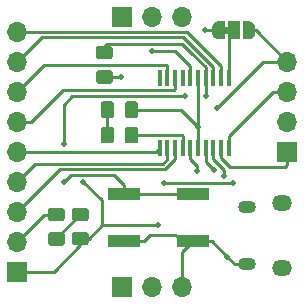
<source format=gbr>
G04 #@! TF.GenerationSoftware,KiCad,Pcbnew,(5.1.5)-2*
G04 #@! TF.CreationDate,2019-12-31T22:23:39+04:00*
G04 #@! TF.ProjectId,stm32f042_devboard,73746d33-3266-4303-9432-5f646576626f,1*
G04 #@! TF.SameCoordinates,Original*
G04 #@! TF.FileFunction,Copper,L1,Top*
G04 #@! TF.FilePolarity,Positive*
%FSLAX46Y46*%
G04 Gerber Fmt 4.6, Leading zero omitted, Abs format (unit mm)*
G04 Created by KiCad (PCBNEW (5.1.5)-2) date 2019-12-31 22:23:39*
%MOMM*%
%LPD*%
G04 APERTURE LIST*
%ADD10C,0.100000*%
%ADD11R,1.000000X1.500000*%
%ADD12O,1.700000X1.700000*%
%ADD13R,1.700000X1.700000*%
%ADD14R,2.800000X1.000000*%
%ADD15O,1.700000X1.350000*%
%ADD16O,1.500000X1.100000*%
%ADD17R,0.450000X1.450000*%
%ADD18C,0.500000*%
%ADD19C,0.254000*%
%ADD20C,0.250000*%
G04 APERTURE END LIST*
D10*
G36*
X145688000Y-78313000D02*
G01*
X146188000Y-78313000D01*
X146188000Y-78913000D01*
X145688000Y-78913000D01*
X145688000Y-78313000D01*
G37*
G04 #@! TA.AperFunction,SMDPad,CuDef*
G36*
X145838000Y-79363000D02*
G01*
X145288000Y-79363000D01*
X145288000Y-79362398D01*
X145263466Y-79362398D01*
X145214635Y-79357588D01*
X145166510Y-79348016D01*
X145119555Y-79333772D01*
X145074222Y-79314995D01*
X145030949Y-79291864D01*
X144990150Y-79264604D01*
X144952221Y-79233476D01*
X144917524Y-79198779D01*
X144886396Y-79160850D01*
X144859136Y-79120051D01*
X144836005Y-79076778D01*
X144817228Y-79031445D01*
X144802984Y-78984490D01*
X144793412Y-78936365D01*
X144788602Y-78887534D01*
X144788602Y-78863000D01*
X144788000Y-78863000D01*
X144788000Y-78363000D01*
X144788602Y-78363000D01*
X144788602Y-78338466D01*
X144793412Y-78289635D01*
X144802984Y-78241510D01*
X144817228Y-78194555D01*
X144836005Y-78149222D01*
X144859136Y-78105949D01*
X144886396Y-78065150D01*
X144917524Y-78027221D01*
X144952221Y-77992524D01*
X144990150Y-77961396D01*
X145030949Y-77934136D01*
X145074222Y-77911005D01*
X145119555Y-77892228D01*
X145166510Y-77877984D01*
X145214635Y-77868412D01*
X145263466Y-77863602D01*
X145288000Y-77863602D01*
X145288000Y-77863000D01*
X145838000Y-77863000D01*
X145838000Y-79363000D01*
G37*
G04 #@! TD.AperFunction*
D11*
X146588000Y-78613000D03*
G04 #@! TA.AperFunction,SMDPad,CuDef*
D10*
G36*
X147888000Y-77863602D02*
G01*
X147912534Y-77863602D01*
X147961365Y-77868412D01*
X148009490Y-77877984D01*
X148056445Y-77892228D01*
X148101778Y-77911005D01*
X148145051Y-77934136D01*
X148185850Y-77961396D01*
X148223779Y-77992524D01*
X148258476Y-78027221D01*
X148289604Y-78065150D01*
X148316864Y-78105949D01*
X148339995Y-78149222D01*
X148358772Y-78194555D01*
X148373016Y-78241510D01*
X148382588Y-78289635D01*
X148387398Y-78338466D01*
X148387398Y-78363000D01*
X148388000Y-78363000D01*
X148388000Y-78863000D01*
X148387398Y-78863000D01*
X148387398Y-78887534D01*
X148382588Y-78936365D01*
X148373016Y-78984490D01*
X148358772Y-79031445D01*
X148339995Y-79076778D01*
X148316864Y-79120051D01*
X148289604Y-79160850D01*
X148258476Y-79198779D01*
X148223779Y-79233476D01*
X148185850Y-79264604D01*
X148145051Y-79291864D01*
X148101778Y-79314995D01*
X148056445Y-79333772D01*
X148009490Y-79348016D01*
X147961365Y-79357588D01*
X147912534Y-79362398D01*
X147888000Y-79362398D01*
X147888000Y-79363000D01*
X147338000Y-79363000D01*
X147338000Y-77863000D01*
X147888000Y-77863000D01*
X147888000Y-77863602D01*
G37*
G04 #@! TD.AperFunction*
G04 #@! TA.AperFunction,SMDPad,CuDef*
G36*
X136239505Y-86804204D02*
G01*
X136263773Y-86807804D01*
X136287572Y-86813765D01*
X136310671Y-86822030D01*
X136332850Y-86832520D01*
X136353893Y-86845132D01*
X136373599Y-86859747D01*
X136391777Y-86876223D01*
X136408253Y-86894401D01*
X136422868Y-86914107D01*
X136435480Y-86935150D01*
X136445970Y-86957329D01*
X136454235Y-86980428D01*
X136460196Y-87004227D01*
X136463796Y-87028495D01*
X136465000Y-87052999D01*
X136465000Y-87953001D01*
X136463796Y-87977505D01*
X136460196Y-88001773D01*
X136454235Y-88025572D01*
X136445970Y-88048671D01*
X136435480Y-88070850D01*
X136422868Y-88091893D01*
X136408253Y-88111599D01*
X136391777Y-88129777D01*
X136373599Y-88146253D01*
X136353893Y-88160868D01*
X136332850Y-88173480D01*
X136310671Y-88183970D01*
X136287572Y-88192235D01*
X136263773Y-88198196D01*
X136239505Y-88201796D01*
X136215001Y-88203000D01*
X135564999Y-88203000D01*
X135540495Y-88201796D01*
X135516227Y-88198196D01*
X135492428Y-88192235D01*
X135469329Y-88183970D01*
X135447150Y-88173480D01*
X135426107Y-88160868D01*
X135406401Y-88146253D01*
X135388223Y-88129777D01*
X135371747Y-88111599D01*
X135357132Y-88091893D01*
X135344520Y-88070850D01*
X135334030Y-88048671D01*
X135325765Y-88025572D01*
X135319804Y-88001773D01*
X135316204Y-87977505D01*
X135315000Y-87953001D01*
X135315000Y-87052999D01*
X135316204Y-87028495D01*
X135319804Y-87004227D01*
X135325765Y-86980428D01*
X135334030Y-86957329D01*
X135344520Y-86935150D01*
X135357132Y-86914107D01*
X135371747Y-86894401D01*
X135388223Y-86876223D01*
X135406401Y-86859747D01*
X135426107Y-86845132D01*
X135447150Y-86832520D01*
X135469329Y-86822030D01*
X135492428Y-86813765D01*
X135516227Y-86807804D01*
X135540495Y-86804204D01*
X135564999Y-86803000D01*
X136215001Y-86803000D01*
X136239505Y-86804204D01*
G37*
G04 #@! TD.AperFunction*
G04 #@! TA.AperFunction,SMDPad,CuDef*
G36*
X138289505Y-86804204D02*
G01*
X138313773Y-86807804D01*
X138337572Y-86813765D01*
X138360671Y-86822030D01*
X138382850Y-86832520D01*
X138403893Y-86845132D01*
X138423599Y-86859747D01*
X138441777Y-86876223D01*
X138458253Y-86894401D01*
X138472868Y-86914107D01*
X138485480Y-86935150D01*
X138495970Y-86957329D01*
X138504235Y-86980428D01*
X138510196Y-87004227D01*
X138513796Y-87028495D01*
X138515000Y-87052999D01*
X138515000Y-87953001D01*
X138513796Y-87977505D01*
X138510196Y-88001773D01*
X138504235Y-88025572D01*
X138495970Y-88048671D01*
X138485480Y-88070850D01*
X138472868Y-88091893D01*
X138458253Y-88111599D01*
X138441777Y-88129777D01*
X138423599Y-88146253D01*
X138403893Y-88160868D01*
X138382850Y-88173480D01*
X138360671Y-88183970D01*
X138337572Y-88192235D01*
X138313773Y-88198196D01*
X138289505Y-88201796D01*
X138265001Y-88203000D01*
X137614999Y-88203000D01*
X137590495Y-88201796D01*
X137566227Y-88198196D01*
X137542428Y-88192235D01*
X137519329Y-88183970D01*
X137497150Y-88173480D01*
X137476107Y-88160868D01*
X137456401Y-88146253D01*
X137438223Y-88129777D01*
X137421747Y-88111599D01*
X137407132Y-88091893D01*
X137394520Y-88070850D01*
X137384030Y-88048671D01*
X137375765Y-88025572D01*
X137369804Y-88001773D01*
X137366204Y-87977505D01*
X137365000Y-87953001D01*
X137365000Y-87052999D01*
X137366204Y-87028495D01*
X137369804Y-87004227D01*
X137375765Y-86980428D01*
X137384030Y-86957329D01*
X137394520Y-86935150D01*
X137407132Y-86914107D01*
X137421747Y-86894401D01*
X137438223Y-86876223D01*
X137456401Y-86859747D01*
X137476107Y-86845132D01*
X137497150Y-86832520D01*
X137519329Y-86822030D01*
X137542428Y-86813765D01*
X137566227Y-86807804D01*
X137590495Y-86804204D01*
X137614999Y-86803000D01*
X138265001Y-86803000D01*
X138289505Y-86804204D01*
G37*
G04 #@! TD.AperFunction*
G04 #@! TA.AperFunction,SMDPad,CuDef*
G36*
X132046505Y-95710204D02*
G01*
X132070773Y-95713804D01*
X132094572Y-95719765D01*
X132117671Y-95728030D01*
X132139850Y-95738520D01*
X132160893Y-95751132D01*
X132180599Y-95765747D01*
X132198777Y-95782223D01*
X132215253Y-95800401D01*
X132229868Y-95820107D01*
X132242480Y-95841150D01*
X132252970Y-95863329D01*
X132261235Y-95886428D01*
X132267196Y-95910227D01*
X132270796Y-95934495D01*
X132272000Y-95958999D01*
X132272000Y-96609001D01*
X132270796Y-96633505D01*
X132267196Y-96657773D01*
X132261235Y-96681572D01*
X132252970Y-96704671D01*
X132242480Y-96726850D01*
X132229868Y-96747893D01*
X132215253Y-96767599D01*
X132198777Y-96785777D01*
X132180599Y-96802253D01*
X132160893Y-96816868D01*
X132139850Y-96829480D01*
X132117671Y-96839970D01*
X132094572Y-96848235D01*
X132070773Y-96854196D01*
X132046505Y-96857796D01*
X132022001Y-96859000D01*
X131121999Y-96859000D01*
X131097495Y-96857796D01*
X131073227Y-96854196D01*
X131049428Y-96848235D01*
X131026329Y-96839970D01*
X131004150Y-96829480D01*
X130983107Y-96816868D01*
X130963401Y-96802253D01*
X130945223Y-96785777D01*
X130928747Y-96767599D01*
X130914132Y-96747893D01*
X130901520Y-96726850D01*
X130891030Y-96704671D01*
X130882765Y-96681572D01*
X130876804Y-96657773D01*
X130873204Y-96633505D01*
X130872000Y-96609001D01*
X130872000Y-95958999D01*
X130873204Y-95934495D01*
X130876804Y-95910227D01*
X130882765Y-95886428D01*
X130891030Y-95863329D01*
X130901520Y-95841150D01*
X130914132Y-95820107D01*
X130928747Y-95800401D01*
X130945223Y-95782223D01*
X130963401Y-95765747D01*
X130983107Y-95751132D01*
X131004150Y-95738520D01*
X131026329Y-95728030D01*
X131049428Y-95719765D01*
X131073227Y-95713804D01*
X131097495Y-95710204D01*
X131121999Y-95709000D01*
X132022001Y-95709000D01*
X132046505Y-95710204D01*
G37*
G04 #@! TD.AperFunction*
G04 #@! TA.AperFunction,SMDPad,CuDef*
G36*
X132046505Y-93660204D02*
G01*
X132070773Y-93663804D01*
X132094572Y-93669765D01*
X132117671Y-93678030D01*
X132139850Y-93688520D01*
X132160893Y-93701132D01*
X132180599Y-93715747D01*
X132198777Y-93732223D01*
X132215253Y-93750401D01*
X132229868Y-93770107D01*
X132242480Y-93791150D01*
X132252970Y-93813329D01*
X132261235Y-93836428D01*
X132267196Y-93860227D01*
X132270796Y-93884495D01*
X132272000Y-93908999D01*
X132272000Y-94559001D01*
X132270796Y-94583505D01*
X132267196Y-94607773D01*
X132261235Y-94631572D01*
X132252970Y-94654671D01*
X132242480Y-94676850D01*
X132229868Y-94697893D01*
X132215253Y-94717599D01*
X132198777Y-94735777D01*
X132180599Y-94752253D01*
X132160893Y-94766868D01*
X132139850Y-94779480D01*
X132117671Y-94789970D01*
X132094572Y-94798235D01*
X132070773Y-94804196D01*
X132046505Y-94807796D01*
X132022001Y-94809000D01*
X131121999Y-94809000D01*
X131097495Y-94807796D01*
X131073227Y-94804196D01*
X131049428Y-94798235D01*
X131026329Y-94789970D01*
X131004150Y-94779480D01*
X130983107Y-94766868D01*
X130963401Y-94752253D01*
X130945223Y-94735777D01*
X130928747Y-94717599D01*
X130914132Y-94697893D01*
X130901520Y-94676850D01*
X130891030Y-94654671D01*
X130882765Y-94631572D01*
X130876804Y-94607773D01*
X130873204Y-94583505D01*
X130872000Y-94559001D01*
X130872000Y-93908999D01*
X130873204Y-93884495D01*
X130876804Y-93860227D01*
X130882765Y-93836428D01*
X130891030Y-93813329D01*
X130901520Y-93791150D01*
X130914132Y-93770107D01*
X130928747Y-93750401D01*
X130945223Y-93732223D01*
X130963401Y-93715747D01*
X130983107Y-93701132D01*
X131004150Y-93688520D01*
X131026329Y-93678030D01*
X131049428Y-93669765D01*
X131073227Y-93663804D01*
X131097495Y-93660204D01*
X131121999Y-93659000D01*
X132022001Y-93659000D01*
X132046505Y-93660204D01*
G37*
G04 #@! TD.AperFunction*
D12*
X142240000Y-100330000D03*
X139700000Y-100330000D03*
D13*
X137160000Y-100330000D03*
D12*
X142240000Y-77470000D03*
X139700000Y-77470000D03*
D13*
X137160000Y-77470000D03*
D12*
X128270000Y-78740000D03*
X128270000Y-81280000D03*
X128270000Y-83820000D03*
X128270000Y-86360000D03*
X128270000Y-88900000D03*
X128270000Y-91440000D03*
X128270000Y-93980000D03*
X128270000Y-96520000D03*
D13*
X128270000Y-99060000D03*
D14*
X137308000Y-92488000D03*
X143108000Y-92488000D03*
X137308000Y-96488000D03*
X143108000Y-96488000D03*
G04 #@! TA.AperFunction,SMDPad,CuDef*
D10*
G36*
X136239505Y-84645204D02*
G01*
X136263773Y-84648804D01*
X136287572Y-84654765D01*
X136310671Y-84663030D01*
X136332850Y-84673520D01*
X136353893Y-84686132D01*
X136373599Y-84700747D01*
X136391777Y-84717223D01*
X136408253Y-84735401D01*
X136422868Y-84755107D01*
X136435480Y-84776150D01*
X136445970Y-84798329D01*
X136454235Y-84821428D01*
X136460196Y-84845227D01*
X136463796Y-84869495D01*
X136465000Y-84893999D01*
X136465000Y-85794001D01*
X136463796Y-85818505D01*
X136460196Y-85842773D01*
X136454235Y-85866572D01*
X136445970Y-85889671D01*
X136435480Y-85911850D01*
X136422868Y-85932893D01*
X136408253Y-85952599D01*
X136391777Y-85970777D01*
X136373599Y-85987253D01*
X136353893Y-86001868D01*
X136332850Y-86014480D01*
X136310671Y-86024970D01*
X136287572Y-86033235D01*
X136263773Y-86039196D01*
X136239505Y-86042796D01*
X136215001Y-86044000D01*
X135564999Y-86044000D01*
X135540495Y-86042796D01*
X135516227Y-86039196D01*
X135492428Y-86033235D01*
X135469329Y-86024970D01*
X135447150Y-86014480D01*
X135426107Y-86001868D01*
X135406401Y-85987253D01*
X135388223Y-85970777D01*
X135371747Y-85952599D01*
X135357132Y-85932893D01*
X135344520Y-85911850D01*
X135334030Y-85889671D01*
X135325765Y-85866572D01*
X135319804Y-85842773D01*
X135316204Y-85818505D01*
X135315000Y-85794001D01*
X135315000Y-84893999D01*
X135316204Y-84869495D01*
X135319804Y-84845227D01*
X135325765Y-84821428D01*
X135334030Y-84798329D01*
X135344520Y-84776150D01*
X135357132Y-84755107D01*
X135371747Y-84735401D01*
X135388223Y-84717223D01*
X135406401Y-84700747D01*
X135426107Y-84686132D01*
X135447150Y-84673520D01*
X135469329Y-84663030D01*
X135492428Y-84654765D01*
X135516227Y-84648804D01*
X135540495Y-84645204D01*
X135564999Y-84644000D01*
X136215001Y-84644000D01*
X136239505Y-84645204D01*
G37*
G04 #@! TD.AperFunction*
G04 #@! TA.AperFunction,SMDPad,CuDef*
G36*
X138289505Y-84645204D02*
G01*
X138313773Y-84648804D01*
X138337572Y-84654765D01*
X138360671Y-84663030D01*
X138382850Y-84673520D01*
X138403893Y-84686132D01*
X138423599Y-84700747D01*
X138441777Y-84717223D01*
X138458253Y-84735401D01*
X138472868Y-84755107D01*
X138485480Y-84776150D01*
X138495970Y-84798329D01*
X138504235Y-84821428D01*
X138510196Y-84845227D01*
X138513796Y-84869495D01*
X138515000Y-84893999D01*
X138515000Y-85794001D01*
X138513796Y-85818505D01*
X138510196Y-85842773D01*
X138504235Y-85866572D01*
X138495970Y-85889671D01*
X138485480Y-85911850D01*
X138472868Y-85932893D01*
X138458253Y-85952599D01*
X138441777Y-85970777D01*
X138423599Y-85987253D01*
X138403893Y-86001868D01*
X138382850Y-86014480D01*
X138360671Y-86024970D01*
X138337572Y-86033235D01*
X138313773Y-86039196D01*
X138289505Y-86042796D01*
X138265001Y-86044000D01*
X137614999Y-86044000D01*
X137590495Y-86042796D01*
X137566227Y-86039196D01*
X137542428Y-86033235D01*
X137519329Y-86024970D01*
X137497150Y-86014480D01*
X137476107Y-86001868D01*
X137456401Y-85987253D01*
X137438223Y-85970777D01*
X137421747Y-85952599D01*
X137407132Y-85932893D01*
X137394520Y-85911850D01*
X137384030Y-85889671D01*
X137375765Y-85866572D01*
X137369804Y-85842773D01*
X137366204Y-85818505D01*
X137365000Y-85794001D01*
X137365000Y-84893999D01*
X137366204Y-84869495D01*
X137369804Y-84845227D01*
X137375765Y-84821428D01*
X137384030Y-84798329D01*
X137394520Y-84776150D01*
X137407132Y-84755107D01*
X137421747Y-84735401D01*
X137438223Y-84717223D01*
X137456401Y-84700747D01*
X137476107Y-84686132D01*
X137497150Y-84673520D01*
X137519329Y-84663030D01*
X137542428Y-84654765D01*
X137566227Y-84648804D01*
X137590495Y-84645204D01*
X137614999Y-84644000D01*
X138265001Y-84644000D01*
X138289505Y-84645204D01*
G37*
G04 #@! TD.AperFunction*
G04 #@! TA.AperFunction,SMDPad,CuDef*
G36*
X134078505Y-93642204D02*
G01*
X134102773Y-93645804D01*
X134126572Y-93651765D01*
X134149671Y-93660030D01*
X134171850Y-93670520D01*
X134192893Y-93683132D01*
X134212599Y-93697747D01*
X134230777Y-93714223D01*
X134247253Y-93732401D01*
X134261868Y-93752107D01*
X134274480Y-93773150D01*
X134284970Y-93795329D01*
X134293235Y-93818428D01*
X134299196Y-93842227D01*
X134302796Y-93866495D01*
X134304000Y-93890999D01*
X134304000Y-94541001D01*
X134302796Y-94565505D01*
X134299196Y-94589773D01*
X134293235Y-94613572D01*
X134284970Y-94636671D01*
X134274480Y-94658850D01*
X134261868Y-94679893D01*
X134247253Y-94699599D01*
X134230777Y-94717777D01*
X134212599Y-94734253D01*
X134192893Y-94748868D01*
X134171850Y-94761480D01*
X134149671Y-94771970D01*
X134126572Y-94780235D01*
X134102773Y-94786196D01*
X134078505Y-94789796D01*
X134054001Y-94791000D01*
X133153999Y-94791000D01*
X133129495Y-94789796D01*
X133105227Y-94786196D01*
X133081428Y-94780235D01*
X133058329Y-94771970D01*
X133036150Y-94761480D01*
X133015107Y-94748868D01*
X132995401Y-94734253D01*
X132977223Y-94717777D01*
X132960747Y-94699599D01*
X132946132Y-94679893D01*
X132933520Y-94658850D01*
X132923030Y-94636671D01*
X132914765Y-94613572D01*
X132908804Y-94589773D01*
X132905204Y-94565505D01*
X132904000Y-94541001D01*
X132904000Y-93890999D01*
X132905204Y-93866495D01*
X132908804Y-93842227D01*
X132914765Y-93818428D01*
X132923030Y-93795329D01*
X132933520Y-93773150D01*
X132946132Y-93752107D01*
X132960747Y-93732401D01*
X132977223Y-93714223D01*
X132995401Y-93697747D01*
X133015107Y-93683132D01*
X133036150Y-93670520D01*
X133058329Y-93660030D01*
X133081428Y-93651765D01*
X133105227Y-93645804D01*
X133129495Y-93642204D01*
X133153999Y-93641000D01*
X134054001Y-93641000D01*
X134078505Y-93642204D01*
G37*
G04 #@! TD.AperFunction*
G04 #@! TA.AperFunction,SMDPad,CuDef*
G36*
X134078505Y-95692204D02*
G01*
X134102773Y-95695804D01*
X134126572Y-95701765D01*
X134149671Y-95710030D01*
X134171850Y-95720520D01*
X134192893Y-95733132D01*
X134212599Y-95747747D01*
X134230777Y-95764223D01*
X134247253Y-95782401D01*
X134261868Y-95802107D01*
X134274480Y-95823150D01*
X134284970Y-95845329D01*
X134293235Y-95868428D01*
X134299196Y-95892227D01*
X134302796Y-95916495D01*
X134304000Y-95940999D01*
X134304000Y-96591001D01*
X134302796Y-96615505D01*
X134299196Y-96639773D01*
X134293235Y-96663572D01*
X134284970Y-96686671D01*
X134274480Y-96708850D01*
X134261868Y-96729893D01*
X134247253Y-96749599D01*
X134230777Y-96767777D01*
X134212599Y-96784253D01*
X134192893Y-96798868D01*
X134171850Y-96811480D01*
X134149671Y-96821970D01*
X134126572Y-96830235D01*
X134102773Y-96836196D01*
X134078505Y-96839796D01*
X134054001Y-96841000D01*
X133153999Y-96841000D01*
X133129495Y-96839796D01*
X133105227Y-96836196D01*
X133081428Y-96830235D01*
X133058329Y-96821970D01*
X133036150Y-96811480D01*
X133015107Y-96798868D01*
X132995401Y-96784253D01*
X132977223Y-96767777D01*
X132960747Y-96749599D01*
X132946132Y-96729893D01*
X132933520Y-96708850D01*
X132923030Y-96686671D01*
X132914765Y-96663572D01*
X132908804Y-96639773D01*
X132905204Y-96615505D01*
X132904000Y-96591001D01*
X132904000Y-95940999D01*
X132905204Y-95916495D01*
X132908804Y-95892227D01*
X132914765Y-95868428D01*
X132923030Y-95845329D01*
X132933520Y-95823150D01*
X132946132Y-95802107D01*
X132960747Y-95782401D01*
X132977223Y-95764223D01*
X132995401Y-95747747D01*
X133015107Y-95733132D01*
X133036150Y-95720520D01*
X133058329Y-95710030D01*
X133081428Y-95701765D01*
X133105227Y-95695804D01*
X133129495Y-95692204D01*
X133153999Y-95691000D01*
X134054001Y-95691000D01*
X134078505Y-95692204D01*
G37*
G04 #@! TD.AperFunction*
D12*
X151130000Y-81280000D03*
X151130000Y-83820000D03*
X151130000Y-86360000D03*
D13*
X151130000Y-88900000D03*
G04 #@! TA.AperFunction,SMDPad,CuDef*
D10*
G36*
X136110505Y-81994204D02*
G01*
X136134773Y-81997804D01*
X136158572Y-82003765D01*
X136181671Y-82012030D01*
X136203850Y-82022520D01*
X136224893Y-82035132D01*
X136244599Y-82049747D01*
X136262777Y-82066223D01*
X136279253Y-82084401D01*
X136293868Y-82104107D01*
X136306480Y-82125150D01*
X136316970Y-82147329D01*
X136325235Y-82170428D01*
X136331196Y-82194227D01*
X136334796Y-82218495D01*
X136336000Y-82242999D01*
X136336000Y-82893001D01*
X136334796Y-82917505D01*
X136331196Y-82941773D01*
X136325235Y-82965572D01*
X136316970Y-82988671D01*
X136306480Y-83010850D01*
X136293868Y-83031893D01*
X136279253Y-83051599D01*
X136262777Y-83069777D01*
X136244599Y-83086253D01*
X136224893Y-83100868D01*
X136203850Y-83113480D01*
X136181671Y-83123970D01*
X136158572Y-83132235D01*
X136134773Y-83138196D01*
X136110505Y-83141796D01*
X136086001Y-83143000D01*
X135185999Y-83143000D01*
X135161495Y-83141796D01*
X135137227Y-83138196D01*
X135113428Y-83132235D01*
X135090329Y-83123970D01*
X135068150Y-83113480D01*
X135047107Y-83100868D01*
X135027401Y-83086253D01*
X135009223Y-83069777D01*
X134992747Y-83051599D01*
X134978132Y-83031893D01*
X134965520Y-83010850D01*
X134955030Y-82988671D01*
X134946765Y-82965572D01*
X134940804Y-82941773D01*
X134937204Y-82917505D01*
X134936000Y-82893001D01*
X134936000Y-82242999D01*
X134937204Y-82218495D01*
X134940804Y-82194227D01*
X134946765Y-82170428D01*
X134955030Y-82147329D01*
X134965520Y-82125150D01*
X134978132Y-82104107D01*
X134992747Y-82084401D01*
X135009223Y-82066223D01*
X135027401Y-82049747D01*
X135047107Y-82035132D01*
X135068150Y-82022520D01*
X135090329Y-82012030D01*
X135113428Y-82003765D01*
X135137227Y-81997804D01*
X135161495Y-81994204D01*
X135185999Y-81993000D01*
X136086001Y-81993000D01*
X136110505Y-81994204D01*
G37*
G04 #@! TD.AperFunction*
G04 #@! TA.AperFunction,SMDPad,CuDef*
G36*
X136110505Y-79944204D02*
G01*
X136134773Y-79947804D01*
X136158572Y-79953765D01*
X136181671Y-79962030D01*
X136203850Y-79972520D01*
X136224893Y-79985132D01*
X136244599Y-79999747D01*
X136262777Y-80016223D01*
X136279253Y-80034401D01*
X136293868Y-80054107D01*
X136306480Y-80075150D01*
X136316970Y-80097329D01*
X136325235Y-80120428D01*
X136331196Y-80144227D01*
X136334796Y-80168495D01*
X136336000Y-80192999D01*
X136336000Y-80843001D01*
X136334796Y-80867505D01*
X136331196Y-80891773D01*
X136325235Y-80915572D01*
X136316970Y-80938671D01*
X136306480Y-80960850D01*
X136293868Y-80981893D01*
X136279253Y-81001599D01*
X136262777Y-81019777D01*
X136244599Y-81036253D01*
X136224893Y-81050868D01*
X136203850Y-81063480D01*
X136181671Y-81073970D01*
X136158572Y-81082235D01*
X136134773Y-81088196D01*
X136110505Y-81091796D01*
X136086001Y-81093000D01*
X135185999Y-81093000D01*
X135161495Y-81091796D01*
X135137227Y-81088196D01*
X135113428Y-81082235D01*
X135090329Y-81073970D01*
X135068150Y-81063480D01*
X135047107Y-81050868D01*
X135027401Y-81036253D01*
X135009223Y-81019777D01*
X134992747Y-81001599D01*
X134978132Y-80981893D01*
X134965520Y-80960850D01*
X134955030Y-80938671D01*
X134946765Y-80915572D01*
X134940804Y-80891773D01*
X134937204Y-80867505D01*
X134936000Y-80843001D01*
X134936000Y-80192999D01*
X134937204Y-80168495D01*
X134940804Y-80144227D01*
X134946765Y-80120428D01*
X134955030Y-80097329D01*
X134965520Y-80075150D01*
X134978132Y-80054107D01*
X134992747Y-80034401D01*
X135009223Y-80016223D01*
X135027401Y-79999747D01*
X135047107Y-79985132D01*
X135068150Y-79972520D01*
X135090329Y-79962030D01*
X135113428Y-79953765D01*
X135137227Y-79947804D01*
X135161495Y-79944204D01*
X135185999Y-79943000D01*
X136086001Y-79943000D01*
X136110505Y-79944204D01*
G37*
G04 #@! TD.AperFunction*
D15*
X150721000Y-98717000D03*
X150721000Y-93257000D03*
D16*
X147721000Y-98407000D03*
X147721000Y-93567000D03*
D17*
X146181000Y-88548000D03*
X145531000Y-88548000D03*
X144881000Y-88548000D03*
X144231000Y-88548000D03*
X143581000Y-88548000D03*
X142931000Y-88548000D03*
X142281000Y-88548000D03*
X141631000Y-88548000D03*
X140981000Y-88548000D03*
X140331000Y-88548000D03*
X140331000Y-82648000D03*
X140981000Y-82648000D03*
X141631000Y-82648000D03*
X142281000Y-82648000D03*
X142931000Y-82648000D03*
X143581000Y-82648000D03*
X144231000Y-82648000D03*
X144881000Y-82648000D03*
X145531000Y-82648000D03*
X146181000Y-82648000D03*
D18*
X136271000Y-96520000D03*
X146050000Y-97790000D03*
X137033000Y-82550000D03*
X143108000Y-96488000D03*
X144145000Y-78613000D03*
X143510000Y-90551000D03*
X146558000Y-91567000D03*
X140716000Y-91567000D03*
X143581000Y-86797000D03*
X133858000Y-91440000D03*
X140208000Y-95123000D03*
X145161000Y-85217000D03*
X132207000Y-88265000D03*
X132207000Y-91440000D03*
X142494000Y-84201000D03*
X144231000Y-84201000D03*
X144907000Y-90424000D03*
X145796000Y-90932000D03*
X139700000Y-80391000D03*
D19*
X139507001Y-95942999D02*
X138962000Y-96488000D01*
X138962000Y-96488000D02*
X137308000Y-96488000D01*
X141662999Y-95942999D02*
X139507001Y-95942999D01*
X142208000Y-96488000D02*
X141662999Y-95942999D01*
X143108000Y-96488000D02*
X143108000Y-96488000D01*
X144762000Y-96488000D02*
X146050000Y-97776000D01*
X143108000Y-96488000D02*
X144762000Y-96488000D01*
X146050000Y-97776000D02*
X146050000Y-97790000D01*
X146050000Y-97790000D02*
X146050000Y-97790000D01*
X146667000Y-98407000D02*
X146050000Y-97790000D01*
X147721000Y-98407000D02*
X146667000Y-98407000D01*
X143108000Y-96488000D02*
X142208000Y-96488000D01*
X142240000Y-97356000D02*
X143108000Y-96488000D01*
X142240000Y-100330000D02*
X142240000Y-97356000D01*
D20*
X130556000Y-94234000D02*
X128270000Y-96520000D01*
X131572000Y-94234000D02*
X130556000Y-94234000D01*
X145288000Y-78613000D02*
X144145000Y-78613000D01*
X142931000Y-89523000D02*
X143510000Y-90102000D01*
X142931000Y-88548000D02*
X142931000Y-89523000D01*
X143510000Y-90102000D02*
X143510000Y-90551000D01*
X143510000Y-90551000D02*
X143510000Y-90551000D01*
X135146000Y-82550000D02*
X135128000Y-82568000D01*
X137015000Y-82568000D02*
X137033000Y-82550000D01*
X135636000Y-82568000D02*
X137015000Y-82568000D01*
D19*
X140716000Y-91567000D02*
X146558000Y-91567000D01*
X143581000Y-88548000D02*
X143581000Y-86797000D01*
X143581000Y-86797000D02*
X143581000Y-82648000D01*
X133858000Y-91440000D02*
X133858000Y-91440000D01*
X143581000Y-83627000D02*
X143581000Y-82648000D01*
D20*
X148463000Y-78613000D02*
X151130000Y-81280000D01*
X147888000Y-78613000D02*
X148463000Y-78613000D01*
X139854447Y-95123000D02*
X140208000Y-95123000D01*
X134304000Y-96266000D02*
X135447000Y-95123000D01*
X135447000Y-95123000D02*
X139854447Y-95123000D01*
X133604000Y-96266000D02*
X134304000Y-96266000D01*
X135447000Y-93029000D02*
X135447000Y-95123000D01*
X133858000Y-91440000D02*
X135447000Y-93029000D01*
X133604000Y-96841000D02*
X133604000Y-96266000D01*
X131385000Y-99060000D02*
X133604000Y-96841000D01*
X128270000Y-99060000D02*
X131385000Y-99060000D01*
X151130000Y-81280000D02*
X149098000Y-81280000D01*
X143581000Y-83623000D02*
X143581000Y-82648000D01*
X142128000Y-85344000D02*
X143581000Y-86797000D01*
X137940000Y-85344000D02*
X142128000Y-85344000D01*
X149098000Y-81280000D02*
X146304000Y-84074000D01*
X146304000Y-84074000D02*
X145161000Y-85217000D01*
X145161000Y-85217000D02*
X145161000Y-85217000D01*
D19*
X136436999Y-90862999D02*
X133038001Y-90862999D01*
X137308000Y-92488000D02*
X137308000Y-91734000D01*
X137308000Y-91734000D02*
X136436999Y-90862999D01*
X133038001Y-90862999D02*
X132784001Y-90862999D01*
X137308000Y-92488000D02*
X143108000Y-92488000D01*
X144231000Y-81759398D02*
X142989602Y-80518000D01*
X144231000Y-82648000D02*
X144231000Y-81759398D01*
X142989602Y-80518000D02*
X142989602Y-80510066D01*
X142989602Y-80510066D02*
X142235536Y-79756000D01*
X142235536Y-79756000D02*
X136398000Y-79756000D01*
D20*
X135823000Y-79756000D02*
X136398000Y-79756000D01*
X135636000Y-79943000D02*
X135823000Y-79756000D01*
X135636000Y-80518000D02*
X135636000Y-79943000D01*
X132784001Y-90862999D02*
X132207000Y-91440000D01*
X132207000Y-88265000D02*
X132207000Y-84914011D01*
X132207000Y-84914011D02*
X132920011Y-84201000D01*
X132920011Y-84201000D02*
X142494000Y-84201000D01*
X142494000Y-84201000D02*
X142494000Y-84201000D01*
X144231000Y-84201000D02*
X144231000Y-82648000D01*
X133405990Y-94414010D02*
X133405990Y-94216000D01*
X131572000Y-96284000D02*
X131572000Y-96248000D01*
X131572000Y-96248000D02*
X133405990Y-94414010D01*
X135890000Y-87503000D02*
X135890000Y-85344000D01*
X142281000Y-87573000D02*
X142281000Y-88548000D01*
X142205999Y-87497999D02*
X142281000Y-87573000D01*
X138520001Y-87497999D02*
X142205999Y-87497999D01*
X138515000Y-87503000D02*
X138520001Y-87497999D01*
X137940000Y-87503000D02*
X138515000Y-87503000D01*
D19*
X144231000Y-89527000D02*
X144231000Y-88548000D01*
X144231000Y-89748000D02*
X144231000Y-89527000D01*
X144907000Y-90424000D02*
X144231000Y-89748000D01*
X144881000Y-88548000D02*
X144881000Y-89527000D01*
D20*
X145796000Y-90438000D02*
X145796000Y-90932000D01*
X144881000Y-88548000D02*
X144881000Y-89523000D01*
X144881000Y-89523000D02*
X145796000Y-90438000D01*
D19*
X149930000Y-83820000D02*
X151130000Y-83820000D01*
X146181000Y-87569000D02*
X149930000Y-83820000D01*
X146181000Y-88548000D02*
X146181000Y-87569000D01*
X151130000Y-90004000D02*
X151130000Y-88900000D01*
X150964000Y-90170000D02*
X151130000Y-90004000D01*
X146264398Y-90170000D02*
X150964000Y-90170000D01*
X145531000Y-89436602D02*
X146264398Y-90170000D01*
X145531000Y-88548000D02*
X145531000Y-89436602D01*
X142931000Y-82648000D02*
X142931000Y-81669000D01*
X141653000Y-80391000D02*
X142391000Y-81129000D01*
X139700000Y-80391000D02*
X141653000Y-80391000D01*
X142931000Y-81669000D02*
X142391000Y-81129000D01*
X142391000Y-81129000D02*
X142288000Y-81026000D01*
X144881000Y-81759398D02*
X142315612Y-79194010D01*
X144881000Y-82648000D02*
X144881000Y-81759398D01*
X130355990Y-79194010D02*
X128270000Y-81280000D01*
X142315612Y-79194010D02*
X130355990Y-79194010D01*
X142602000Y-78740000D02*
X145531000Y-81669000D01*
X145531000Y-81669000D02*
X145531000Y-82648000D01*
X128270000Y-78740000D02*
X142602000Y-78740000D01*
X141631000Y-89527000D02*
X141631000Y-88548000D01*
X140787990Y-90370010D02*
X141631000Y-89527000D01*
X131879990Y-90370010D02*
X140787990Y-90370010D01*
X128270000Y-93980000D02*
X131879990Y-90370010D01*
X128270000Y-91440000D02*
X129794000Y-89916000D01*
X140981000Y-89527000D02*
X140981000Y-88548000D01*
X140592000Y-89916000D02*
X140981000Y-89527000D01*
X129794000Y-89916000D02*
X140592000Y-89916000D01*
X139979000Y-88900000D02*
X140331000Y-88548000D01*
X128270000Y-88900000D02*
X139979000Y-88900000D01*
D20*
X146181000Y-79020000D02*
X146588000Y-78613000D01*
X146181000Y-82648000D02*
X146181000Y-79020000D01*
D19*
X132132080Y-83700001D02*
X140462000Y-83700001D01*
X128270000Y-86360000D02*
X129472081Y-86360000D01*
X129472081Y-86360000D02*
X132132080Y-83700001D01*
D20*
X141553999Y-83700001D02*
X141631000Y-83623000D01*
X141631000Y-83623000D02*
X141631000Y-82648000D01*
X140462000Y-83700001D02*
X141553999Y-83700001D01*
X140981000Y-82648000D02*
X140981000Y-81673000D01*
X140905999Y-81597999D02*
X130492001Y-81597999D01*
X140981000Y-81673000D02*
X140905999Y-81597999D01*
X130492001Y-81597999D02*
X128270000Y-83820000D01*
M02*

</source>
